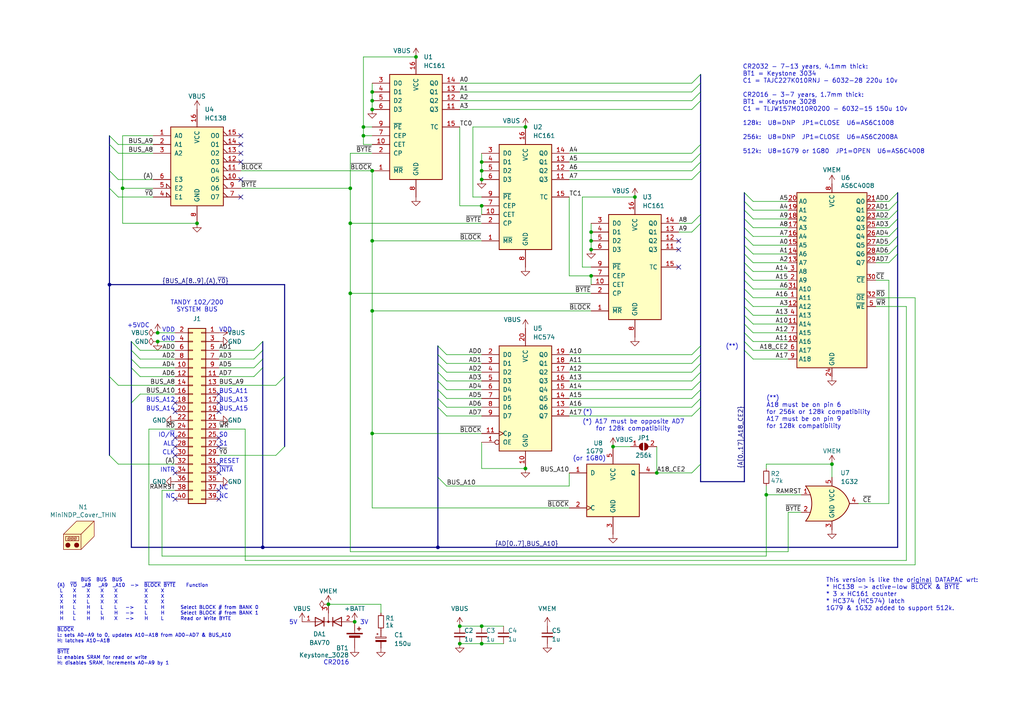
<source format=kicad_sch>
(kicad_sch (version 20250114) (generator "eeschema") (generator_version "9.0")
  (paper "A4")
  (title_block (title "MiniNDP_OG") (date "2025-11-20") (rev "07") (company "Brian K. White - b.kenyon.w@gmail.com") (comment 1 "github.com/bkw777/NODE_DATAPAC") (comment 2 "Use with RAM100.CO or RAM200.CO") (comment 3 "Work-alike of NODE Systems DATAPAC / RAMPAC"))
  (text "TANDY 102/200\nSYSTEM BUS" (at 57.15 88.9 0) (effects (font (size 1.27 1.27))))
  (text "+5VDC" (at 36.83 95.25 0) (effects (font (size 1.27 1.27)) (justify left bottom)))
  (text "BUS_A15" (at 63.5 119.38 0) (effects (font (size 1.27 1.27)) (justify left bottom)))
  (text "INTR" (at 50.8 137.16 0) (effects (font (size 1.27 1.27)) (justify right bottom)))
  (text "BUS_A14" (at 50.8 119.38 0) (effects (font (size 1.27 1.27)) (justify right bottom)))
  (text "ALE" (at 50.8 129.54 0) (effects (font (size 1.27 1.27)) (justify right bottom)))
  (text "S1" (at 63.5 129.54 0) (effects (font (size 1.27 1.27)) (justify left bottom)))
  (text "NC" (at 63.5 144.78 0) (effects (font (size 1.27 1.27)) (justify left bottom)))
  (text "NC" (at 63.5 142.24 0) (effects (font (size 1.27 1.27)) (justify left bottom)))
  (text "~{INTA}" (at 63.5 137.16 0) (effects (font (size 1.27 1.27)) (justify left bottom)))
  (text "CLK" (at 50.8 132.08 0) (effects (font (size 1.27 1.27)) (justify right bottom)))
  (text "(**)\nA18 must be on pin 6\nfor 256k or 128k compatibility\nA17 must be on pin 9\nfor 128k compatibility" (at 222.25 114.808 0) (effects (font (size 1.27 1.27)) (justify left top)))
  (text "CR2032 - 7-13 years, 4.1mm thick:\nBT1 = Keystone 3034\nC1 = TAJC227K010RNJ - 6032-28 220u 10v\n\nCR2016 - 3-7 years, 1.7mm thick:\nBT1 = Keystone 3028\nC1 = TLJW157M010R0200 - 6032-15 150u 10v\n\n128k:  U8=DNP  JP1=CLOSE  U6=AS6C1008\n\n256k:  U8=DNP  JP1=CLOSE  U6=AS6C2008A\n\n512k:  U8=1G79 or 1G80  JP1=OPEN  U6=AS6C4008\n" (at 215.392 31.75 0) (effects (font (size 1.27 1.27)) (justify left)))
  (text "GND" (at 50.8 99.06 0) (effects (font (size 1.27 1.27)) (justify right bottom)))
  (text "IO/~{M}" (at 50.8 127 0) (effects (font (size 1.27 1.27)) (justify right bottom)))
  (text "CR2016" (at 101.346 192.278 0) (effects (font (size 1.27 1.27)) (justify right)))
  (text "(or 1G80)" (at 170.942 133.096 0) (effects (font (size 1.27 1.27))))
  (text "VDD" (at 50.8 96.52 0) (effects (font (size 1.27 1.27)) (justify right bottom)))
  (text "	    BUS  BUS  BUS\n(A)	~{YO}  _A8   _A9  _A10  ->  ~{BLOCK} ~{BYTE}    Function\n L	 X	 X	 X	 X		  X	   X\n X	 H	 X	 X	 X		  X	   X\n X	 X	 L	 X	 X		  X	   X\n H	 L	 H	 L	 L	->    L	   H	Select BLOCK # from BANK 0\n H	 L	 H	 L	 H	->    L	   H	Select BLOCK # from BANK 1\n H	 L	 H	 H	 X	->    H	   L	Read or Write BYTE\n\n~{BLOCK}\nL: sets A0-A9 to 0, updates A10-A18 from AD0-AD7 & BUS_A10\nH: latches A10-A18\n\n~{BYTE}\nL: enables SRAM for read or write\nH: disables SRAM, increments A0-A9 by 1\n" (at 16.51 193.04 0) (effects (font (size 1 1)) (justify left bottom)))
  (text "3V" (at 104.394 181.356 0) (effects (font (size 1.27 1.27)) (justify left bottom)))
  (text "S0" (at 63.5 127 0) (effects (font (size 1.27 1.27)) (justify left bottom)))
  (text "RESET" (at 63.5 134.62 0) (effects (font (size 1.27 1.27)) (justify left bottom)))
  (text "(*) A17 must be opposite AD7\n    for 128k compatibility" (at 168.91 123.444 0) (effects (font (size 1.27 1.27)) (justify left)))
  (text "This version is like the original DATAPAC wrt:\n* HC138 -> active-low ~{BLOCK} & ~{BYTE}\n* 3 x HC161 counter\n* HC374 (HC574) latch\n1G79 & 1G32 added to support 512k." (at 239.522 167.64 0) (effects (font (size 1.27 1.27)) (justify left top)))
  (text "(**)" (at 212.344 100.584 0) (effects (font (size 1.27 1.27))))
  (text "NC" (at 50.8 144.78 0) (effects (font (size 1.27 1.27)) (justify right bottom)))
  (text "BUS_A11" (at 63.5 114.3 0) (effects (font (size 1.27 1.27)) (justify left bottom)))
  (text "VDD" (at 63.5 96.52 0) (effects (font (size 1.27 1.27)) (justify left bottom)))
  (text "5V" (at 83.82 181.356 0) (effects (font (size 1.27 1.27)) (justify left bottom)))
  (text "BUS_A13" (at 63.5 116.84 0) (effects (font (size 1.27 1.27)) (justify left bottom)))
  (text "(*)" (at 170.434 119.634 0) (effects (font (size 1.27 1.27))))
  (text "BUS_A12" (at 50.8 116.84 0) (effects (font (size 1.27 1.27)) (justify right bottom)))
  (junction (at 139.7 49.53))
  (junction (at 171.45 67.31))
  (junction (at 171.45 69.85))
  (junction (at 45.72 96.52))
  (junction (at 120.65 16.51))
  (junction (at 101.6 54.61))
  (junction (at 105.41 36.83))
  (junction (at 133.35 186.69))
  (junction (at 107.95 90.17))
  (junction (at 45.72 99.06))
  (junction (at 101.6 64.77))
  (junction (at 139.7 59.69))
  (junction (at 171.45 80.01))
  (junction (at 171.45 72.39))
  (junction (at 139.7 52.07))
  (junction (at 190.5 137.16))
  (junction (at 95.25 175.26))
  (junction (at 152.4 135.89))
  (junction (at 76.2 158.75))
  (junction (at 101.6 85.09))
  (junction (at 152.4 36.83))
  (junction (at 107.95 26.67))
  (junction (at 133.35 181.61))
  (junction (at 139.7 186.69))
  (junction (at 57.15 64.77))
  (junction (at 139.7 181.61))
  (junction (at 107.95 69.85))
  (junction (at 102.87 180.34))
  (junction (at 177.8 129.54))
  (junction (at 31.75 82.55))
  (junction (at 241.3 134.62))
  (junction (at 107.95 29.21))
  (junction (at 222.25 143.51))
  (junction (at 105.41 39.37))
  (junction (at 107.95 125.73))
  (junction (at 107.95 49.53))
  (junction (at 107.95 31.75))
  (junction (at 127 158.75))
  (junction (at 139.7 46.99))
  (junction (at 184.15 57.15))
  (junction (at 35.56 54.61))
  (no_connect (at 69.85 44.45))
  (no_connect (at 63.5 134.62))
  (no_connect (at 69.85 52.07))
  (no_connect (at 196.85 69.85))
  (no_connect (at 63.5 119.38))
  (no_connect (at 69.85 46.99))
  (no_connect (at 50.8 144.78))
  (no_connect (at 63.5 127))
  (no_connect (at 69.85 57.15))
  (no_connect (at 63.5 144.78))
  (no_connect (at 50.8 127))
  (no_connect (at 196.85 77.47))
  (no_connect (at 50.8 116.84))
  (no_connect (at 69.85 41.91))
  (no_connect (at 50.8 119.38))
  (no_connect (at 50.8 137.16))
  (no_connect (at 63.5 114.3))
  (no_connect (at 196.85 72.39))
  (no_connect (at 50.8 129.54))
  (no_connect (at 50.8 132.08))
  (no_connect (at 63.5 142.24))
  (no_connect (at 63.5 116.84))
  (no_connect (at 63.5 129.54))
  (no_connect (at 63.5 137.16))
  (no_connect (at 69.85 39.37))
  (bus_entry (at 200.66 67.31) (size 2.54 -2.54))
  (bus_entry (at 257.81 60.96) (size 2.54 -2.54))
  (bus_entry (at 200.66 24.13) (size 2.54 -2.54))
  (bus_entry (at 40.64 106.68) (size -2.54 -2.54))
  (bus_entry (at 200.66 31.75) (size 2.54 -2.54))
  (bus_entry (at 218.44 68.58) (size -2.54 -2.54))
  (bus_entry (at 38.1 116.84) (size 2.54 -2.54))
  (bus_entry (at 200.66 113.03) (size 2.54 -2.54))
  (bus_entry (at 218.44 71.12) (size -2.54 -2.54))
  (bus_entry (at 218.44 81.28) (size -2.54 -2.54))
  (bus_entry (at 200.66 115.57) (size 2.54 -2.54))
  (bus_entry (at 127 115.57) (size 2.54 2.54))
  (bus_entry (at 31.75 49.53) (size 2.54 2.54))
  (bus_entry (at 40.64 109.22) (size -2.54 -2.54))
  (bus_entry (at 218.44 93.98) (size -2.54 -2.54))
  (bus_entry (at 40.64 101.6) (size -2.54 -2.54))
  (bus_entry (at 31.75 39.37) (size 2.54 2.54))
  (bus_entry (at 218.44 76.2) (size -2.54 -2.54))
  (bus_entry (at 218.44 73.66) (size -2.54 -2.54))
  (bus_entry (at 218.44 66.04) (size -2.54 -2.54))
  (bus_entry (at 200.66 49.53) (size 2.54 -2.54))
  (bus_entry (at 218.44 78.74) (size -2.54 -2.54))
  (bus_entry (at 218.44 86.36) (size -2.54 -2.54))
  (bus_entry (at 73.66 101.6) (size 2.54 -2.54))
  (bus_entry (at 82.55 129.54) (size -2.54 2.54))
  (bus_entry (at 200.66 107.95) (size 2.54 -2.54))
  (bus_entry (at 218.44 101.6) (size -2.54 -2.54))
  (bus_entry (at 257.81 68.58) (size 2.54 -2.54))
  (bus_entry (at 200.66 118.11) (size 2.54 -2.54))
  (bus_entry (at 218.44 60.96) (size -2.54 -2.54))
  (bus_entry (at 82.55 109.22) (size -2.54 2.54))
  (bus_entry (at 257.81 71.12) (size 2.54 -2.54))
  (bus_entry (at 127 118.11) (size 2.54 2.54))
  (bus_entry (at 218.44 99.06) (size -2.54 -2.54))
  (bus_entry (at 31.75 41.91) (size 2.54 2.54))
  (bus_entry (at 200.66 46.99) (size 2.54 -2.54))
  (bus_entry (at 31.75 54.61) (size 2.54 2.54))
  (bus_entry (at 218.44 83.82) (size -2.54 -2.54))
  (bus_entry (at 257.81 76.2) (size 2.54 -2.54))
  (bus_entry (at 257.81 73.66) (size 2.54 -2.54))
  (bus_entry (at 40.64 104.14) (size -2.54 -2.54))
  (bus_entry (at 200.66 137.16) (size 2.54 -2.54))
  (bus_entry (at 73.66 109.22) (size 2.54 -2.54))
  (bus_entry (at 200.66 64.77) (size 2.54 -2.54))
  (bus_entry (at 127 102.87) (size 2.54 2.54))
  (bus_entry (at 200.66 105.41) (size 2.54 -2.54))
  (bus_entry (at 218.44 88.9) (size -2.54 -2.54))
  (bus_entry (at 257.81 63.5) (size 2.54 -2.54))
  (bus_entry (at 127 138.43) (size 2.54 2.54))
  (bus_entry (at 127 113.03) (size 2.54 2.54))
  (bus_entry (at 257.81 58.42) (size 2.54 -2.54))
  (bus_entry (at 218.44 96.52) (size -2.54 -2.54))
  (bus_entry (at 200.66 102.87) (size 2.54 -2.54))
  (bus_entry (at 218.44 91.44) (size -2.54 -2.54))
  (bus_entry (at 200.66 44.45) (size 2.54 -2.54))
  (bus_entry (at 257.81 66.04) (size 2.54 -2.54))
  (bus_entry (at 31.75 109.22) (size 2.54 2.54))
  (bus_entry (at 127 110.49) (size 2.54 2.54))
  (bus_entry (at 218.44 104.14) (size -2.54 -2.54))
  (bus_entry (at 200.66 29.21) (size 2.54 -2.54))
  (bus_entry (at 127 100.33) (size 2.54 2.54))
  (bus_entry (at 200.66 110.49) (size 2.54 -2.54))
  (bus_entry (at 218.44 58.42) (size -2.54 -2.54))
  (bus_entry (at 73.66 104.14) (size 2.54 -2.54))
  (bus_entry (at 127 105.41) (size 2.54 2.54))
  (bus_entry (at 127 107.95) (size 2.54 2.54))
  (bus_entry (at 218.44 63.5) (size -2.54 -2.54))
  (bus_entry (at 200.66 120.65) (size 2.54 -2.54))
  (bus_entry (at 34.29 134.62) (size -2.54 -2.54))
  (bus_entry (at 200.66 52.07) (size 2.54 -2.54))
  (bus_entry (at 73.66 106.68) (size 2.54 -2.54))
  (bus_entry (at 200.66 26.67) (size 2.54 -2.54))
  (bus (pts (xy 127 115.57) (xy 127 118.11)))
  (wire (pts (xy 129.54 102.87) (xy 139.7 102.87)))
  (bus (pts (xy 203.2 139.7) (xy 215.9 139.7)))
  (wire (pts (xy 133.35 186.69) (xy 139.7 186.69)))
  (bus (pts (xy 215.9 91.44) (xy 215.9 93.98)))
  (wire (pts (xy 110.49 175.26) (xy 95.25 175.26)))
  (wire (pts (xy 105.41 16.51) (xy 105.41 36.83)))
  (wire (pts (xy 190.5 137.16) (xy 200.66 137.16)))
  (wire (pts (xy 101.6 160.02) (xy 228.6 160.02)))
  (wire (pts (xy 105.41 39.37) (xy 107.95 39.37)))
  (wire (pts (xy 35.56 54.61) (xy 44.45 54.61)))
  (wire (pts (xy 105.41 39.37) (xy 105.41 41.91)))
  (wire (pts (xy 46.99 142.24) (xy 46.99 161.29)))
  (wire (pts (xy 218.44 78.74) (xy 228.6 78.74)))
  (wire (pts (xy 105.41 36.83) (xy 107.95 36.83)))
  (wire (pts (xy 171.45 69.85) (xy 171.45 67.31)))
  (wire (pts (xy 196.85 64.77) (xy 200.66 64.77)))
  (bus (pts (xy 215.9 101.6) (xy 215.9 99.06)))
  (wire (pts (xy 107.95 26.67) (xy 107.95 29.21)))
  (wire (pts (xy 107.95 147.32) (xy 165.1 147.32)))
  (wire (pts (xy 105.41 41.91) (xy 107.95 41.91)))
  (wire (pts (xy 254 76.2) (xy 257.81 76.2)))
  (wire (pts (xy 129.54 118.11) (xy 139.7 118.11)))
  (wire (pts (xy 218.44 63.5) (xy 228.6 63.5)))
  (wire (pts (xy 139.7 186.69) (xy 146.05 186.69)))
  (wire (pts (xy 165.1 110.49) (xy 200.66 110.49)))
  (bus (pts (xy 215.9 76.2) (xy 215.9 78.74)))
  (bus (pts (xy 215.9 139.7) (xy 215.9 101.6)))
  (wire (pts (xy 222.25 134.62) (xy 222.25 135.89)))
  (bus (pts (xy 31.75 49.53) (xy 31.75 54.61)))
  (wire (pts (xy 133.35 24.13) (xy 200.66 24.13)))
  (wire (pts (xy 34.29 52.07) (xy 44.45 52.07)))
  (wire (pts (xy 228.6 148.59) (xy 228.6 160.02)))
  (wire (pts (xy 40.64 109.22) (xy 50.8 109.22)))
  (wire (pts (xy 101.6 85.09) (xy 171.45 85.09)))
  (wire (pts (xy 165.1 140.97) (xy 165.1 137.16)))
  (bus (pts (xy 82.55 82.55) (xy 82.55 109.22)))
  (wire (pts (xy 222.25 161.29) (xy 46.99 161.29)))
  (wire (pts (xy 34.29 111.76) (xy 50.8 111.76)))
  (bus (pts (xy 215.9 58.42) (xy 215.9 60.96)))
  (bus (pts (xy 127 118.11) (xy 127 138.43)))
  (bus (pts (xy 203.2 134.62) (xy 203.2 139.7)))
  (wire (pts (xy 107.95 125.73) (xy 139.7 125.73)))
  (bus (pts (xy 38.1 101.6) (xy 38.1 104.14)))
  (wire (pts (xy 171.45 80.01) (xy 165.1 80.01)))
  (bus (pts (xy 203.2 26.67) (xy 203.2 29.21)))
  (bus (pts (xy 203.2 29.21) (xy 203.2 41.91)))
  (wire (pts (xy 218.44 83.82) (xy 228.6 83.82)))
  (wire (pts (xy 40.64 101.6) (xy 50.8 101.6)))
  (wire (pts (xy 63.5 111.76) (xy 80.01 111.76)))
  (wire (pts (xy 168.91 57.15) (xy 168.91 77.47)))
  (wire (pts (xy 40.64 114.3) (xy 50.8 114.3)))
  (bus (pts (xy 203.2 46.99) (xy 203.2 49.53)))
  (bus (pts (xy 38.1 106.68) (xy 38.1 116.84)))
  (wire (pts (xy 137.16 36.83) (xy 137.16 57.15)))
  (bus (pts (xy 260.35 66.04) (xy 260.35 68.58)))
  (wire (pts (xy 254 71.12) (xy 257.81 71.12)))
  (bus (pts (xy 203.2 110.49) (xy 203.2 113.03)))
  (wire (pts (xy 218.44 73.66) (xy 228.6 73.66)))
  (wire (pts (xy 139.7 44.45) (xy 139.7 46.99)))
  (bus (pts (xy 215.9 55.88) (xy 215.9 58.42)))
  (wire (pts (xy 165.1 102.87) (xy 200.66 102.87)))
  (wire (pts (xy 232.41 148.59) (xy 228.6 148.59)))
  (wire (pts (xy 101.6 54.61) (xy 101.6 64.77)))
  (wire (pts (xy 218.44 60.96) (xy 228.6 60.96)))
  (wire (pts (xy 133.35 181.61) (xy 139.7 181.61)))
  (wire (pts (xy 165.1 120.65) (xy 200.66 120.65)))
  (bus (pts (xy 215.9 73.66) (xy 215.9 76.2)))
  (wire (pts (xy 69.85 54.61) (xy 101.6 54.61)))
  (wire (pts (xy 165.1 113.03) (xy 200.66 113.03)))
  (bus (pts (xy 203.2 118.11) (xy 203.2 134.62)))
  (wire (pts (xy 218.44 86.36) (xy 228.6 86.36)))
  (bus (pts (xy 215.9 71.12) (xy 215.9 73.66)))
  (wire (pts (xy 218.44 96.52) (xy 228.6 96.52)))
  (wire (pts (xy 45.72 96.52) (xy 50.8 96.52)))
  (wire (pts (xy 101.6 64.77) (xy 139.7 64.77)))
  (wire (pts (xy 262.89 88.9) (xy 262.89 162.56)))
  (wire (pts (xy 71.12 124.46) (xy 71.12 162.56)))
  (wire (pts (xy 110.49 177.8) (xy 110.49 175.26)))
  (wire (pts (xy 171.45 80.01) (xy 171.45 82.55)))
  (wire (pts (xy 218.44 66.04) (xy 228.6 66.04)))
  (wire (pts (xy 35.56 39.37) (xy 35.56 54.61)))
  (bus (pts (xy 215.9 66.04) (xy 215.9 68.58)))
  (wire (pts (xy 129.54 115.57) (xy 139.7 115.57)))
  (bus (pts (xy 260.35 68.58) (xy 260.35 71.12)))
  (bus (pts (xy 215.9 78.74) (xy 215.9 81.28)))
  (wire (pts (xy 63.5 101.6) (xy 73.66 101.6)))
  (wire (pts (xy 196.85 67.31) (xy 200.66 67.31)))
  (wire (pts (xy 248.92 146.05) (xy 257.81 146.05)))
  (wire (pts (xy 40.64 106.68) (xy 50.8 106.68)))
  (bus (pts (xy 31.75 109.22) (xy 31.75 132.08)))
  (bus (pts (xy 31.75 54.61) (xy 31.75 82.55)))
  (wire (pts (xy 171.45 67.31) (xy 171.45 64.77)))
  (wire (pts (xy 168.91 77.47) (xy 171.45 77.47)))
  (bus (pts (xy 203.2 107.95) (xy 203.2 110.49)))
  (bus (pts (xy 260.35 60.96) (xy 260.35 63.5)))
  (wire (pts (xy 105.41 36.83) (xy 105.41 39.37)))
  (bus (pts (xy 203.2 102.87) (xy 203.2 105.41)))
  (bus (pts (xy 203.2 113.03) (xy 203.2 115.57)))
  (wire (pts (xy 165.1 115.57) (xy 200.66 115.57)))
  (bus (pts (xy 203.2 21.59) (xy 203.2 24.13)))
  (wire (pts (xy 218.44 93.98) (xy 228.6 93.98)))
  (bus (pts (xy 127 113.03) (xy 127 115.57)))
  (wire (pts (xy 107.95 69.85) (xy 139.7 69.85)))
  (wire (pts (xy 139.7 181.61) (xy 146.05 181.61)))
  (wire (pts (xy 101.6 64.77) (xy 101.6 85.09)))
  (wire (pts (xy 133.35 36.83) (xy 133.35 59.69)))
  (wire (pts (xy 133.35 31.75) (xy 200.66 31.75)))
  (bus (pts (xy 203.2 105.41) (xy 203.2 107.95)))
  (bus (pts (xy 82.55 109.22) (xy 82.55 129.54)))
  (wire (pts (xy 254 88.9) (xy 262.89 88.9)))
  (wire (pts (xy 254 66.04) (xy 257.81 66.04)))
  (wire (pts (xy 222.25 140.97) (xy 222.25 143.51)))
  (wire (pts (xy 129.54 105.41) (xy 139.7 105.41)))
  (bus (pts (xy 76.2 158.75) (xy 127 158.75)))
  (wire (pts (xy 63.5 124.46) (xy 71.12 124.46)))
  (wire (pts (xy 218.44 58.42) (xy 228.6 58.42)))
  (wire (pts (xy 165.1 105.41) (xy 200.66 105.41)))
  (wire (pts (xy 139.7 46.99) (xy 139.7 49.53)))
  (wire (pts (xy 45.72 99.06) (xy 50.8 99.06)))
  (bus (pts (xy 203.2 49.53) (xy 203.2 62.23)))
  (wire (pts (xy 222.25 143.51) (xy 222.25 161.29)))
  (wire (pts (xy 107.95 24.13) (xy 107.95 26.67)))
  (bus (pts (xy 127 100.33) (xy 127 102.87)))
  (bus (pts (xy 203.2 62.23) (xy 203.2 64.77)))
  (bus (pts (xy 260.35 58.42) (xy 260.35 60.96)))
  (wire (pts (xy 133.35 59.69) (xy 139.7 59.69)))
  (wire (pts (xy 35.56 54.61) (xy 35.56 64.77)))
  (bus (pts (xy 260.35 71.12) (xy 260.35 73.66)))
  (bus (pts (xy 215.9 68.58) (xy 215.9 71.12)))
  (bus (pts (xy 76.2 101.6) (xy 76.2 104.14)))
  (bus (pts (xy 215.9 60.96) (xy 215.9 63.5)))
  (wire (pts (xy 105.41 16.51) (xy 120.65 16.51)))
  (bus (pts (xy 260.35 55.88) (xy 260.35 58.42)))
  (bus (pts (xy 215.9 81.28) (xy 215.9 83.82)))
  (bus (pts (xy 76.2 104.14) (xy 76.2 106.68)))
  (wire (pts (xy 254 68.58) (xy 257.81 68.58)))
  (wire (pts (xy 165.1 46.99) (xy 200.66 46.99)))
  (bus (pts (xy 215.9 93.98) (xy 215.9 96.52)))
  (bus (pts (xy 127 138.43) (xy 127 158.75)))
  (wire (pts (xy 129.54 110.49) (xy 139.7 110.49)))
  (wire (pts (xy 101.6 44.45) (xy 107.95 44.45)))
  (wire (pts (xy 218.44 81.28) (xy 228.6 81.28)))
  (bus (pts (xy 215.9 86.36) (xy 215.9 88.9)))
  (bus (pts (xy 127 107.95) (xy 127 110.49)))
  (wire (pts (xy 101.6 85.09) (xy 101.6 160.02)))
  (bus (pts (xy 38.1 104.14) (xy 38.1 106.68)))
  (wire (pts (xy 107.95 125.73) (xy 107.95 147.32)))
  (wire (pts (xy 171.45 72.39) (xy 171.45 69.85)))
  (wire (pts (xy 165.1 52.07) (xy 200.66 52.07)))
  (bus (pts (xy 260.35 73.66) (xy 260.35 158.75)))
  (wire (pts (xy 137.16 57.15) (xy 139.7 57.15)))
  (wire (pts (xy 35.56 64.77) (xy 57.15 64.77)))
  (wire (pts (xy 63.5 104.14) (xy 73.66 104.14)))
  (wire (pts (xy 165.1 80.01) (xy 165.1 57.15)))
  (wire (pts (xy 165.1 49.53) (xy 200.66 49.53)))
  (wire (pts (xy 165.1 118.11) (xy 200.66 118.11)))
  (wire (pts (xy 218.44 68.58) (xy 228.6 68.58)))
  (bus (pts (xy 31.75 82.55) (xy 82.55 82.55)))
  (wire (pts (xy 107.95 90.17) (xy 107.95 125.73)))
  (wire (pts (xy 218.44 76.2) (xy 228.6 76.2)))
  (bus (pts (xy 260.35 63.5) (xy 260.35 66.04)))
  (wire (pts (xy 222.25 143.51) (xy 232.41 143.51)))
  (bus (pts (xy 203.2 44.45) (xy 203.2 46.99)))
  (bus (pts (xy 76.2 99.06) (xy 76.2 101.6)))
  (wire (pts (xy 254 63.5) (xy 257.81 63.5)))
  (wire (pts (xy 129.54 113.03) (xy 139.7 113.03)))
  (bus (pts (xy 215.9 96.52) (xy 215.9 99.06)))
  (wire (pts (xy 218.44 104.14) (xy 228.6 104.14)))
  (wire (pts (xy 254 60.96) (xy 257.81 60.96)))
  (bus (pts (xy 31.75 82.55) (xy 31.75 109.22)))
  (wire (pts (xy 254 58.42) (xy 257.81 58.42)))
  (bus (pts (xy 127 105.41) (xy 127 107.95)))
  (wire (pts (xy 218.44 99.06) (xy 228.6 99.06)))
  (bus (pts (xy 203.2 24.13) (xy 203.2 26.67)))
  (wire (pts (xy 254 73.66) (xy 257.81 73.66)))
  (wire (pts (xy 43.18 124.46) (xy 43.18 163.83)))
  (wire (pts (xy 40.64 104.14) (xy 50.8 104.14)))
  (bus (pts (xy 31.75 41.91) (xy 31.75 39.37)))
  (bus (pts (xy 203.2 100.33) (xy 203.2 102.87)))
  (wire (pts (xy 63.5 109.22) (xy 73.66 109.22)))
  (bus (pts (xy 203.2 41.91) (xy 203.2 44.45)))
  (wire (pts (xy 50.8 124.46) (xy 43.18 124.46)))
  (wire (pts (xy 262.89 162.56) (xy 71.12 162.56)))
  (wire (pts (xy 63.5 106.68) (xy 73.66 106.68)))
  (wire (pts (xy 34.29 44.45) (xy 44.45 44.45)))
  (wire (pts (xy 139.7 49.53) (xy 139.7 52.07)))
  (wire (pts (xy 257.81 81.28) (xy 257.81 146.05)))
  (wire (pts (xy 222.25 134.62) (xy 241.3 134.62)))
  (wire (pts (xy 35.56 39.37) (xy 44.45 39.37)))
  (bus (pts (xy 215.9 88.9) (xy 215.9 91.44)))
  (wire (pts (xy 133.35 26.67) (xy 200.66 26.67)))
  (wire (pts (xy 63.5 132.08) (xy 80.01 132.08)))
  (wire (pts (xy 107.95 90.17) (xy 171.45 90.17)))
  (bus (pts (xy 31.75 49.53) (xy 31.75 41.91)))
  (wire (pts (xy 129.54 107.95) (xy 139.7 107.95)))
  (wire (pts (xy 168.91 57.15) (xy 184.15 57.15)))
  (wire (pts (xy 139.7 128.27) (xy 139.7 135.89)))
  (wire (pts (xy 107.95 29.21) (xy 107.95 31.75)))
  (wire (pts (xy 101.6 44.45) (xy 101.6 54.61)))
  (bus (pts (xy 127 158.75) (xy 260.35 158.75)))
  (wire (pts (xy 137.16 36.83) (xy 152.4 36.83)))
  (wire (pts (xy 218.44 101.6) (xy 228.6 101.6)))
  (wire (pts (xy 46.99 142.24) (xy 50.8 142.24)))
  (wire (pts (xy 133.35 29.21) (xy 200.66 29.21)))
  (wire (pts (xy 107.95 69.85) (xy 107.95 90.17)))
  (bus (pts (xy 203.2 64.77) (xy 203.2 100.33)))
  (wire (pts (xy 139.7 135.89) (xy 152.4 135.89)))
  (bus (pts (xy 38.1 116.84) (xy 38.1 158.75)))
  (bus (pts (xy 127 110.49) (xy 127 113.03)))
  (wire (pts (xy 129.54 140.97) (xy 165.1 140.97)))
  (wire (pts (xy 241.3 134.62) (xy 241.3 138.43)))
  (wire (pts (xy 218.44 71.12) (xy 228.6 71.12)))
  (wire (pts (xy 257.81 81.28) (xy 254 81.28)))
  (wire (pts (xy 165.1 44.45) (xy 200.66 44.45)))
  (wire (pts (xy 107.95 49.53) (xy 107.95 69.85)))
  (bus (pts (xy 215.9 83.82) (xy 215.9 86.36)))
  (wire (pts (xy 254 86.36) (xy 265.43 86.36)))
  (wire (pts (xy 139.7 59.69) (xy 139.7 62.23)))
  (bus (pts (xy 215.9 63.5) (xy 215.9 66.04)))
  (wire (pts (xy 34.29 57.15) (xy 44.45 57.15)))
  (wire (pts (xy 190.5 129.54) (xy 190.5 137.16)))
  (wire (pts (xy 129.54 120.65) (xy 139.7 120.65)))
  (wire (pts (xy 69.85 49.53) (xy 107.95 49.53)))
  (wire (pts (xy 265.43 163.83) (xy 265.43 86.36)))
  (wire (pts (xy 34.29 134.62) (xy 50.8 134.62)))
  (bus (pts (xy 38.1 99.06) (xy 38.1 101.6)))
  (wire (pts (xy 218.44 88.9) (xy 228.6 88.9)))
  (wire (pts (xy 34.29 41.91) (xy 44.45 41.91)))
  (wire (pts (xy 177.8 129.54) (xy 182.88 129.54)))
  (bus (pts (xy 76.2 106.68) (xy 76.2 158.75)))
  (wire (pts (xy 165.1 107.95) (xy 200.66 107.95)))
  (wire (pts (xy 218.44 91.44) (xy 228.6 91.44)))
  (bus (pts (xy 127 102.87) (xy 127 105.41)))
  (bus (pts (xy 38.1 158.75) (xy 76.2 158.75)))
  (bus (pts (xy 203.2 115.57) (xy 203.2 118.11)))
  (wire (pts (xy 43.18 163.83) (xy 265.43 163.83)))
  (label "BUS_A8" (at 50.8 111.76 180))
  (label "~{RD}" (at 254 86.36 0))
  (label "A17" (at 165.1 120.65 0))
  (label "AD3" (at 63.5 104.14 0))
  (label "A5" (at 165.1 46.99 0))
  (label "A1" (at 228.6 73.66 180))
  (label "~{CE}" (at 254 81.28 0))
  (label "A7" (at 228.6 68.58 180))
  (label "A2" (at 133.35 29.21 0))
  (label "AD5" (at 139.7 115.57 180))
  (label "A13" (at 228.6 91.44 180))
  (label "AD0" (at 254 58.42 0))
  (label "A1" (at 133.35 26.67 0))
  (label "~{CE}" (at 250.19 146.05 0))
  (label "A18_CE2" (at 190.5 137.16 0))
  (label "~{BLOCK}" (at 139.7 69.85 180))
  (label "A16" (at 228.6 86.36 180))
  (label "A11" (at 165.1 105.41 0))
  (label "AD6" (at 139.7 118.11 180))
  (label "~{Y0}" (at 44.45 57.15 180))
  (label "AD1" (at 63.5 101.6 0))
  (label "A6" (at 165.1 49.53 0))
  (label "A7" (at 165.1 52.07 0))
  (label "{AD[0..7],BUS_A10}" (at 143.51 158.75 0))
  (label "BUS_A10" (at 129.54 140.97 0))
  (label "A9" (at 196.85 67.31 0))
  (label "AD5" (at 254 71.12 0))
  (label "A10" (at 165.1 102.87 0))
  (label "RAMRST" (at 50.8 142.24 180))
  (label "AD7" (at 63.5 109.22 0))
  (label "A0" (at 133.35 24.13 0))
  (label "AD2" (at 50.8 104.14 180))
  (label "~{Y0}" (at 63.5 132.08 0))
  (label "AD1" (at 254 60.96 0))
  (label "A12" (at 165.1 107.95 0))
  (label "A17" (at 228.6 104.14 180))
  (label "AD0" (at 139.7 102.87 180))
  (label "A3" (at 228.6 88.9 180))
  (label "{A[0..17],A18_CE2}" (at 215.9 135.89 90))
  (label "A8" (at 228.6 66.04 180))
  (label "(A)" (at 44.45 52.07 180))
  (label "A18_CE2" (at 228.6 101.6 180))
  (label "RAMRST" (at 232.41 143.51 180))
  (label "AD6" (at 50.8 109.22 180))
  (label "A2" (at 228.6 76.2 180))
  (label "A15" (at 228.6 81.28 180))
  (label "~{BLOCK}" (at 69.85 49.53 0))
  (label "A6" (at 228.6 83.82 180))
  (label "A9" (at 228.6 63.5 180))
  (label "~{BLOCK}" (at 171.45 90.17 180))
  (label "AD4" (at 139.7 113.03 180))
  (label "~{BYTE}" (at 107.95 44.45 180))
  (label "AD7" (at 254 76.2 0))
  (label "AD4" (at 254 68.58 0))
  (label "AD2" (at 139.7 107.95 180))
  (label "A15" (at 165.1 115.57 0))
  (label "A13" (at 165.1 110.49 0))
  (label "A8" (at 196.85 64.77 0))
  (label "~{BYTE}" (at 171.45 85.09 180))
  (label "~{BYTE}" (at 139.7 64.77 180))
  (label "BUS_A10" (at 50.8 114.3 180))
  (label "AD0" (at 50.8 101.6 180))
  (label "~{WR}" (at 254 88.9 0))
  (label "A16" (at 165.1 118.11 0))
  (label "A4" (at 165.1 44.45 0))
  (label "~{BLOCK}" (at 165.1 147.32 180))
  (label "AD3" (at 254 66.04 0))
  (label "{BUS_A[8..9],(A),~{Y0}}" (at 46.99 82.55 0))
  (label "A3" (at 133.35 31.75 0))
  (label "BUS_A9" (at 44.45 41.91 180))
  (label "AD4" (at 50.8 106.68 180))
  (label "A11" (at 228.6 99.06 180))
  (label "A12" (at 228.6 96.52 180))
  (label "A0" (at 228.6 71.12 180))
  (label "~{BLOCK}" (at 139.7 125.73 180))
  (label "A14" (at 165.1 113.03 0))
  (label "A5" (at 228.6 58.42 180))
  (label "BUS_A8" (at 44.45 44.45 180))
  (label "AD2" (at 254 63.5 0))
  (label "AD7" (at 139.7 120.65 180))
  (label "BUS_A10" (at 165.1 137.16 180))
  (label "A14" (at 228.6 78.74 180))
  (label "AD1" (at 139.7 105.41 180))
  (label "~{WR}" (at 63.5 124.46 0))
  (label "~{BYTE}" (at 232.41 148.59 180))
  (label "(A)" (at 50.8 134.62 180))
  (label "A10" (at 228.6 93.98 180))
  (label "BUS_A9" (at 63.5 111.76 0))
  (label "AD6" (at 254 73.66 0))
  (label "TC0" (at 133.35 36.83 0))
  (label "TC1" (at 165.1 57.15 0))
  (label "~{RD}" (at 50.8 124.46 180))
  (label "AD5" (at 63.5 106.68 0))
  (label "~{BLOCK}" (at 107.95 49.53 180))
  (label "~{BYTE}" (at 69.85 54.61 0))
  (label "A4" (at 228.6 60.96 180))
  (label "AD3" (at 139.7 110.49 180))
  (symbol (lib_id "000_LOCAL:C_Polarized") (at 110.49 185.42 0) (unit 1)
    (property "Reference" "C1" (at 114.3 184.15 0) (effects (justify left)))
    (property "Value" "150u" (at 114.3 186.69 0) (effects (justify left)))
    (property "Footprint" "000_LOCAL:CP_6032" (effects (hide yes)))
    (property "Datasheet" "datasheets/TAJ.pdf" (effects (hide yes)))
    (property "Description" "CAP TANT 150UF 10% 10V 6032-15" (effects (hide yes)))
    (property "MPN" "TLJW157M010R0200" (effects (hide yes)))
  )
  (symbol (lib_id "power:GND") (at 171.45 72.39 0) (unit 1)
    (property "Reference" "#PWR034" (effects (hide yes)))
    (property "Value" "GND" (effects (hide yes)))
  )
  (symbol (lib_id "000_LOCAL:Housing") (at 24.13 154.94 0) (unit 1) (exclude_from_sim yes) (in_bom no)
    (property "Reference" "N1" (at 24.13 147.066 0))
    (property "Value" "MiniNDP_Cover_THIN" (at 24.13 149.352 0))
    (property "Footprint" "000_LOCAL:MiniNDP_Cover_THIN" (effects (hide yes)))
    (property "Datasheet" "../COVER/MiniNDP_Cover.scad" (effects (hide yes)))
    (property "Description" "Snap cover for MiniNDP, thin version for CR2016" (effects (hide yes)))
    (property "MPN" "MiniNDP_Cover_THIN.stl" (effects (hide yes)))
  )
  (symbol (lib_id "000_LOCAL:AS6C4008_TSOP") (at 241.3 78.74 0) (unit 1)
    (property "Reference" "U6" (at 243.84 51.562 0) (effects (justify left)))
    (property "Value" "AS6C4008" (at 243.84 53.848 0) (effects (justify left)))
    (property "Footprint" "000_LOCAL:TSOP32-dual" (effects (hide yes)))
    (property "Datasheet" "datasheets/AS6C4008.pdf" (effects (hide yes)))
    (property "Description" "IC SRAM 512Kx8 PARALLEL STSOP-32" (effects (hide yes)))
    (property "MPN" "AS6C4008-55STIN" (effects (hide yes)))
  )
  (symbol (lib_id "000_LOCAL:C") (at 158.75 184.15 0) (unit 1)
    (property "Reference" "C5" (at 160.02 182.88 0) (effects (justify left)))
    (property "Value" "1u" (at 160.02 185.42 0) (effects (justify left)))
    (property "Footprint" "000_LOCAL:C_0805" (effects (hide yes)))
    (property "Datasheet" "datasheets/CL21B105KAFNNNE.pdf" (effects (hide yes)))
    (property "Description" "CAP CER 1UF 25V X7R 0805" (effects (hide yes)))
    (property "MPN" "CL21B105KAFNNNE" (effects (hide yes)))
  )
  (symbol (lib_id "power:GND") (at 63.5 139.7 90) (unit 1)
    (property "Reference" "#PWR08" (effects (hide yes)))
    (property "Value" "GND" (at 66.04 139.7 90) (effects (justify right)))
  )
  (symbol (lib_id "power:VMEM") (at 95.25 175.26 0) (unit 1)
    (property "Reference" "#PWR010" (effects (hide yes)))
    (property "Value" "VMEM" (at 95.25 171.45 0))
  )
  (symbol (lib_id "power:VBUS") (at 45.72 96.52 0) (unit 1)
    (property "Reference" "#PWR01" (effects (hide yes)))
    (property "Value" "VBUS" (at 43.18 96.52 0) (effects (justify right)))
  )
  (symbol (lib_id "000_LOCAL:SolderJumper_2_Open") (at 186.69 129.54 0) (unit 1) (in_bom no)
    (property "Reference" "JP1" (at 186.69 127 0))
    (property "Value" "256k" (at 186.69 132.08 0))
    (property "Footprint" "000_LOCAL:SolderJumper-2_Open 0.65mm" (effects (hide yes)))
  )
  (symbol (lib_id "000_LOCAL:Battery_Cell") (at 102.87 185.42 0) (unit 1)
    (property "Reference" "BT1" (at 99.314 187.96 0))
    (property "Value" "Keystone_3028" (at 93.98 189.992 0))
    (property "Footprint" "000_LOCAL:Keystone_3028_3034" (effects (hide yes)))
    (property "Datasheet" "datasheets/Keystone_3034.pdf" (effects (hide yes)))
    (property "Description" "BATTERY RETAINER COIN 20MM x 1.6MM SMT" (effects (hide yes)))
    (property "MPN" "Keystone_3028" (effects (hide yes)))
  )
  (symbol (lib_id "power:GND") (at 177.8 154.94 0) (unit 1)
    (property "Reference" "#PWR014" (effects (hide yes)))
    (property "Value" "GND" (effects (hide yes)))
  )
  (symbol (lib_id "power:GND") (at 57.15 64.77 0) (unit 1)
    (property "Reference" "#PWR022" (effects (hide yes)))
    (property "Value" "GND" (effects (hide yes)))
  )
  (symbol (lib_id "power:GND") (at 50.8 121.92 270) (unit 1)
    (property "Reference" "#PWR05" (effects (hide yes)))
    (property "Value" "GND" (at 48.26 121.92 90) (effects (justify right)))
  )
  (symbol (lib_id "power:VMEM") (at 241.3 53.34 0) (unit 1)
    (property "Reference" "#PWR012" (effects (hide yes)))
    (property "Value" "VMEM" (at 241.3 49.276 0))
  )
  (symbol (lib_id "power:PWR_FLAG") (at 45.72 96.52 90) (unit 1)
    (property "Reference" "#FLG01" (effects (hide yes)))
    (property "Value" "PWR_FLAG" (effects (hide yes)))
  )
  (symbol (lib_id "000_LOCAL:BAV70") (at 95.25 180.34 0) (mirror x) (unit 1)
    (property "Reference" "DA1" (at 92.71 183.896 0))
    (property "Value" "BAV70" (at 92.71 186.436 0))
    (property "Footprint" "000_LOCAL:SOT-23" (effects (hide yes)))
    (property "Datasheet" "datasheets/BAV70.pdf" (effects (hide yes)))
    (property "Description" "DIODE ARRAY GP 75V 150MA SOT23-3" (effects (hide yes)))
    (property "MPN" "BAV70-7-F" (effects (hide yes)))
  )
  (symbol (lib_id "power:GND") (at 102.87 187.96 0) (unit 1)
    (property "Reference" "#PWR058" (effects (hide yes)))
    (property "Value" "GND" (effects (hide yes)))
  )
  (symbol (lib_id "power:GND") (at 152.4 77.47 0) (unit 1)
    (property "Reference" "#PWR019" (effects (hide yes)))
    (property "Value" "GND" (effects (hide yes)))
  )
  (symbol (lib_id "000_LOCAL:74xx161") (at 184.15 77.47 0) (unit 1)
    (property "Reference" "U3" (at 186.3441 57.15 0) (effects (justify left)))
    (property "Value" "HC161" (at 186.3441 59.69 0) (effects (justify left)))
    (property "Footprint" "000_LOCAL:TSSOP-16" (effects (hide yes)))
    (property "Datasheet" "datasheets/HC161.pdf" (effects (hide yes)))
    (property "Description" "IC BINARY COUNTER 4-BIT 16TSSOP" (effects (hide yes)))
    (property "MPN" "74HC161PW,118" (effects (hide yes)))
  )
  (symbol (lib_id "power:GND") (at 50.8 139.7 270) (unit 1)
    (property "Reference" "#PWR07" (effects (hide yes)))
    (property "Value" "GND" (at 48.26 139.7 90) (effects (justify right)))
  )
  (symbol (lib_id "power:VBUS") (at 63.5 96.52 270) (unit 1)
    (property "Reference" "#PWR042" (effects (hide yes)))
    (property "Value" "VBUS" (at 68.58 96.52 90))
  )
  (symbol (lib_id "power:GND") (at 241.3 109.22 0) (unit 1)
    (property "Reference" "#PWR057" (effects (hide yes)))
    (property "Value" "GND" (effects (hide yes)))
  )
  (symbol (lib_id "000_LOCAL:74xx574") (at 152.4 115.57 0) (unit 1)
    (property "Reference" "U5" (at 154.5941 95.25 0) (effects (justify left)))
    (property "Value" "HC574" (at 154.5941 97.79 0) (effects (justify left)))
    (property "Footprint" "000_LOCAL:TSSOP-20" (effects (hide yes)))
    (property "Datasheet" "datasheets/HC574.pdf" (effects (hide yes)))
    (property "Description" "IC FF D-TYPE SNGL 8BIT 20TSSOP" (effects (hide yes)))
    (property "MPN" "74HC574PW,118" (effects (hide yes)))
  )
  (symbol (lib_id "power:GND") (at 45.72 99.06 0) (unit 1)
    (property "Reference" "#PWR03" (effects (hide yes)))
    (property "Value" "GND" (at 43.18 99.06 0) (effects (justify right)))
  )
  (symbol (lib_name "74xx161_1") (lib_id "000_LOCAL:74xx161") (at 120.65 36.83 0) (unit 1)
    (property "Reference" "U1" (at 122.8441 16.51 0) (effects (justify left)))
    (property "Value" "HC161" (at 122.8441 19.05 0) (effects (justify left)))
    (property "Footprint" "000_LOCAL:TSSOP-16" (effects (hide yes)))
    (property "Datasheet" "datasheets/HC161.pdf" (effects (hide yes)))
    (property "Description" "IC BINARY COUNTER 4-BIT 16TSSOP" (effects (hide yes)))
    (property "MPN" "74HC161PW,118" (effects (hide yes)))
  )
  (symbol (lib_id "power:VMEM") (at 158.75 181.61 0) (unit 1)
    (property "Reference" "#PWR055" (effects (hide yes)))
    (property "Value" "VMEM" (at 158.75 176.53 0))
  )
  (symbol (lib_id "000_LOCAL:74xx138") (at 57.15 46.99 0) (unit 1)
    (property "Reference" "U4" (at 59.3441 31.75 0) (effects (justify left)))
    (property "Value" "HC138" (at 59.3441 34.29 0) (effects (justify left)))
    (property "Footprint" "000_LOCAL:TSSOP-16" (effects (hide yes)))
    (property "Datasheet" "datasheets/HC138.pdf" (effects (hide yes)))
    (property "Description" "IC DECODER/DEMUX 1X3:8 16TSSOP" (effects (hide yes)))
    (property "MPN" "74HC138PW,118" (effects (hide yes)))
  )
  (symbol (lib_id "power:GND") (at 139.7 52.07 0) (unit 1)
    (property "Reference" "#PWR039" (effects (hide yes)))
    (property "Value" "GND" (effects (hide yes)))
  )
  (symbol (lib_id "000_LOCAL:74xx1G32") (at 241.3 146.05 0) (unit 1)
    (property "Reference" "U7" (at 245.11 137.16 0))
    (property "Value" "1G32" (at 246.38 139.7 0))
    (property "Footprint" "000_LOCAL:SOT-353_SC-70-5" (effects (hide yes)))
    (property "Datasheet" "datasheets/LVC1G32.pdf" (effects (hide yes)))
    (property "Description" "IC GATE OR 1CH 2-INP 5TSSOP" (effects (hide yes)))
    (property "MPN" "74LVC1G32GW,125" (effects (hide yes)))
  )
  (symbol (lib_id "power:PWR_FLAG") (at 45.72 99.06 90) (unit 1)
    (property "Reference" "#FLG03" (effects (hide yes)))
    (property "Value" "PWR_FLAG" (effects (hide yes)))
  )
  (symbol (lib_id "power:GND") (at 133.35 186.69 0) (unit 1)
    (property "Reference" "#PWR023" (effects (hide yes)))
    (property "Value" "GND" (effects (hide yes)))
  )
  (symbol (lib_name "74xx161_2") (lib_id "000_LOCAL:74xx161") (at 152.4 57.15 0) (unit 1)
    (property "Reference" "U2" (at 154.5941 36.83 0) (effects (justify left)))
    (property "Value" "HC161" (at 154.5941 39.37 0) (effects (justify left)))
    (property "Footprint" "000_LOCAL:TSSOP-16" (effects (hide yes)))
    (property "Datasheet" "datasheets/HC161.pdf" (effects (hide yes)))
    (property "Description" "IC BINARY COUNTER 4-BIT 16TSSOP" (effects (hide yes)))
    (property "MPN" "74HC161PW,118" (effects (hide yes)))
  )
  (symbol (lib_id "000_LOCAL:74xx1G79") (at 177.8 142.24 0) (unit 1)
    (property "Reference" "U8" (at 173.482 128.524 0))
    (property "Value" "1G79" (at 172.466 130.81 0))
    (property "Footprint" "000_LOCAL:SOT-353_SC-70-5" (effects (hide yes)))
    (property "Datasheet" "datasheets/LVC1G79.pdf" (effects (hide yes)))
    (property "Description" "IC FF D-TYPE SNGL 1BIT 5TSSOP" (effects (hide yes)))
    (property "MPN" "74LVC1G79GW,125" (effects (hide yes)))
  )
  (symbol (lib_id "power:GND") (at 63.5 121.92 90) (unit 1)
    (property "Reference" "#PWR06" (effects (hide yes)))
    (property "Value" "GND" (at 66.04 121.92 90) (effects (justify right)))
  )
  (symbol (lib_id "power:GND") (at 107.95 31.75 0) (unit 1)
    (property "Reference" "#PWR038" (effects (hide yes)))
    (property "Value" "GND" (effects (hide yes)))
  )
  (symbol (lib_id "000_LOCAL:C") (at 133.35 184.15 0) (unit 1)
    (property "Reference" "C2" (at 134.62 182.88 0) (effects (justify left)))
    (property "Value" "1u" (at 134.62 185.42 0) (effects (justify left)))
    (property "Footprint" "000_LOCAL:C_0805" (effects (hide yes)))
    (property "Datasheet" "datasheets/CL21B105KAFNNNE.pdf" (effects (hide yes)))
    (property "Description" "CAP CER 1UF 25V X7R 0805" (effects (hide yes)))
    (property "MPN" "CL21B105KAFNNNE" (effects (hide yes)))
  )
  (symbol (lib_id "power:VBUS") (at 177.8 129.54 0) (unit 1)
    (property "Reference" "#PWR026" (effects (hide yes)))
    (property "Value" "VBUS" (at 181.102 127.508 0))
  )
  (symbol (lib_id "power:GND") (at 120.65 57.15 0) (unit 1)
    (property "Reference" "#PWR020" (effects (hide yes)))
    (property "Value" "GND" (effects (hide yes)))
  )
  (symbol (lib_id "000_LOCAL:R") (at 222.25 138.43 0) (unit 1)
    (property "Reference" "R2" (at 223.52 137.414 0) (effects (justify left)))
    (property "Value" "47k" (at 223.52 139.446 0) (effects (justify left)))
    (property "Footprint" "000_LOCAL:R_0805" (effects (hide yes)))
    (property "Datasheet" "datasheets/sei-rmcf_rmcp.pdf" (effects (hide yes)))
    (property "Description" "RES 47K OHM 1% 1/8W 0805" (effects (hide yes)))
    (property "MPN" "RMCF0805FT47K0" (effects (hide yes)))
  )
  (symbol (lib_id "power:GND") (at 63.5 99.06 90) (unit 1)
    (property "Reference" "#PWR04" (effects (hide yes)))
    (property "Value" "GND" (at 66.04 99.06 90) (effects (justify right)))
  )
  (symbol (lib_id "power:PWR_FLAG") (at 95.25 175.26 90) (unit 1)
    (property "Reference" "#FLG02" (effects (hide yes)))
    (property "Value" "PWR_FLAG" (effects (hide yes)))
  )
  (symbol (lib_id "power:VBUS") (at 87.63 180.34 0) (unit 1)
    (property "Reference" "#PWR09" (effects (hide yes)))
    (property "Value" "VBUS" (at 87.63 176.53 0))
  )
  (symbol (lib_id "power:GND") (at 241.3 153.67 0) (unit 1)
    (property "Reference" "#PWR015" (effects (hide yes)))
    (property "Value" "GND" (effects (hide yes)))
  )
  (symbol (lib_id "power:VMEM") (at 241.3 134.62 0) (unit 1)
    (property "Reference" "#PWR021" (effects (hide yes)))
    (property "Value" "VMEM" (at 241.3 130.81 0))
  )
  (symbol (lib_id "power:VBUS") (at 184.15 57.15 0) (unit 1)
    (property "Reference" "#PWR02" (effects (hide yes)))
    (property "Value" "VBUS" (at 180.086 55.372 0))
  )
  (symbol (lib_id "power:VBUS") (at 133.35 181.61 0) (unit 1)
    (property "Reference" "#PWR025" (effects (hide yes)))
    (property "Value" "VBUS" (at 133.35 176.53 0))
  )
  (symbol (lib_id "power:GND") (at 184.15 97.79 0) (unit 1)
    (property "Reference" "#PWR018" (effects (hide yes)))
    (property "Value" "GND" (effects (hide yes)))
  )
  (symbol (lib_id "000_LOCAL:R") (at 110.49 180.34 0) (unit 1)
    (property "Reference" "R1" (at 111.76 179.324 0) (effects (justify left)))
    (property "Value" "1k" (at 111.76 181.356 0) (effects (justify left)))
    (property "Footprint" "000_LOCAL:R_0805" (effects (hide yes)))
    (property "Datasheet" "datasheets/RK73.pdf" (effects (hide yes)))
    (property "Description" "RES 1K OHM 5% 1/4W 0805" (effects (hide yes)))
    (property "MPN" "RK73B2ATTD102J" (effects (hide yes)))
  )
  (symbol (lib_id "000_LOCAL:Conn_02x20_Odd_Even") (at 58.42 119.38 0) (mirror y) (unit 1)
    (property "Reference" "J1" (at 57.15 92.456 0))
    (property "Value" "Conn_02x20_Odd_Even" (effects (hide yes)))
    (property "Footprint" "000_LOCAL:IDC-Header_2x20_P2.54mm_Vertical" (effects (hide yes)))
    (property "Datasheet" "datasheets/2x20_male_boxed.pdf" (effects (hide yes)))
    (property "Description" "CONN HEADER VERT 40POS 2.54MM" (effects (hide yes)))
    (property "MPN" "302-S401" (effects (hide yes)))
  )
  (symbol (lib_id "power:GND") (at 158.75 186.69 0) (unit 1)
    (property "Reference" "#PWR041" (effects (hide yes)))
    (property "Value" "GND" (effects (hide yes)))
  )
  (symbol (lib_id "power:VBUS") (at 152.4 95.25 0) (unit 1)
    (property "Reference" "#PWR032" (effects (hide yes)))
    (property "Value" "VBUS" (at 148.59 92.71 0))
  )
  (symbol (lib_id "000_LOCAL:C") (at 146.05 184.15 0) (unit 1)
    (property "Reference" "C4" (at 147.32 182.88 0) (effects (justify left)))
    (property "Value" "1u" (at 147.32 185.42 0) (effects (justify left)))
    (property "Footprint" "000_LOCAL:C_0805" (effects (hide yes)))
    (property "Datasheet" "datasheets/CL21B105KAFNNNE.pdf" (effects (hide yes)))
    (property "Description" "CAP CER 1UF 25V X7R 0805" (effects (hide yes)))
    (property "MPN" "CL21B105KAFNNNE" (effects (hide yes)))
  )
  (symbol (lib_id "power:GND") (at 110.49 187.96 0) (unit 1)
    (property "Reference" "#PWR028" (effects (hide yes)))
    (property "Value" "GND" (effects (hide yes)))
  )
  (symbol (lib_id "power:+BATT") (at 102.87 180.34 0) (unit 1)
    (property "Reference" "#PWR027" (effects (hide yes)))
    (property "Value" "+BATT" (at 102.87 176.53 0))
    (property "Description" "Power symbol creates a global label with name \"+BATT\"" (effects (hide yes)))
  )
  (symbol (lib_id "power:VBUS") (at 57.15 31.75 0) (unit 1)
    (property "Reference" "#PWR033" (effects (hide yes)))
    (property "Value" "VBUS" (at 57.15 27.94 0))
  )
  (symbol (lib_id "000_LOCAL:C") (at 139.7 184.15 0) (unit 1)
    (property "Reference" "C3" (at 140.97 182.88 0) (effects (justify left)))
    (property "Value" "1u" (at 140.97 185.42 0) (effects (justify left)))
    (property "Footprint" "000_LOCAL:C_0805" (effects (hide yes)))
    (property "Datasheet" "datasheets/CL21B105KAFNNNE.pdf" (effects (hide yes)))
    (property "Description" "CAP CER 1UF 25V X7R 0805" (effects (hide yes)))
    (property "MPN" "CL21B105KAFNNNE" (effects (hide yes)))
  )
  (symbol (lib_id "power:VBUS") (at 120.65 16.51 0) (unit 1)
    (property "Reference" "#PWR017" (effects (hide yes)))
    (property "Value" "VBUS" (at 116.586 14.732 0))
  )
  (symbol (lib_id "power:GND") (at 152.4 135.89 0) (unit 1)
    (property "Reference" "#PWR011" (effects (hide yes)))
    (property "Value" "GND" (effects (hide yes)))
  )
  (symbol (lib_id "power:VBUS") (at 152.4 36.83 0) (unit 1)
    (property "Reference" "#PWR016" (effects (hide yes)))
    (property "Value" "VBUS" (at 148.336 35.052 0))
  )
)
</source>
